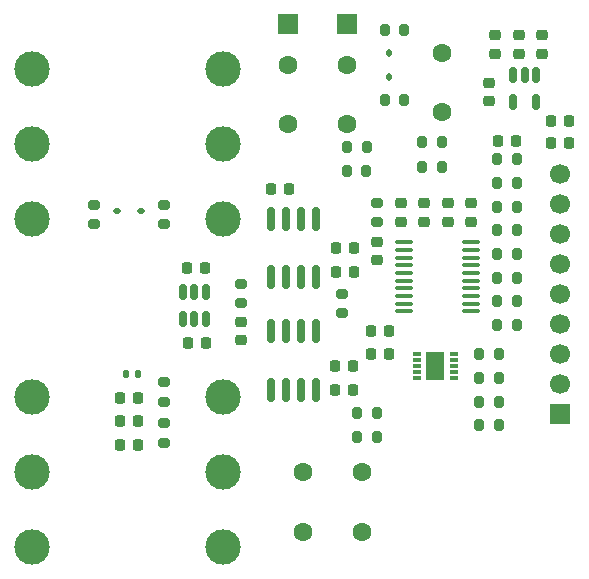
<source format=gbr>
%TF.GenerationSoftware,KiCad,Pcbnew,9.0.4*%
%TF.CreationDate,2025-09-24T19:41:08-07:00*%
%TF.ProjectId,LE_FRONTEND,4c455f46-524f-44e5-9445-4e442e6b6963,rev?*%
%TF.SameCoordinates,Original*%
%TF.FileFunction,Soldermask,Top*%
%TF.FilePolarity,Negative*%
%FSLAX46Y46*%
G04 Gerber Fmt 4.6, Leading zero omitted, Abs format (unit mm)*
G04 Created by KiCad (PCBNEW 9.0.4) date 2025-09-24 19:41:08*
%MOMM*%
%LPD*%
G01*
G04 APERTURE LIST*
G04 Aperture macros list*
%AMRoundRect*
0 Rectangle with rounded corners*
0 $1 Rounding radius*
0 $2 $3 $4 $5 $6 $7 $8 $9 X,Y pos of 4 corners*
0 Add a 4 corners polygon primitive as box body*
4,1,4,$2,$3,$4,$5,$6,$7,$8,$9,$2,$3,0*
0 Add four circle primitives for the rounded corners*
1,1,$1+$1,$2,$3*
1,1,$1+$1,$4,$5*
1,1,$1+$1,$6,$7*
1,1,$1+$1,$8,$9*
0 Add four rect primitives between the rounded corners*
20,1,$1+$1,$2,$3,$4,$5,0*
20,1,$1+$1,$4,$5,$6,$7,0*
20,1,$1+$1,$6,$7,$8,$9,0*
20,1,$1+$1,$8,$9,$2,$3,0*%
G04 Aperture macros list end*
%ADD10RoundRect,0.225000X-0.225000X-0.250000X0.225000X-0.250000X0.225000X0.250000X-0.225000X0.250000X0*%
%ADD11RoundRect,0.200000X0.275000X-0.200000X0.275000X0.200000X-0.275000X0.200000X-0.275000X-0.200000X0*%
%ADD12RoundRect,0.225000X0.250000X-0.225000X0.250000X0.225000X-0.250000X0.225000X-0.250000X-0.225000X0*%
%ADD13RoundRect,0.135000X0.135000X0.185000X-0.135000X0.185000X-0.135000X-0.185000X0.135000X-0.185000X0*%
%ADD14RoundRect,0.200000X0.200000X0.275000X-0.200000X0.275000X-0.200000X-0.275000X0.200000X-0.275000X0*%
%ADD15RoundRect,0.112500X-0.187500X-0.112500X0.187500X-0.112500X0.187500X0.112500X-0.187500X0.112500X0*%
%ADD16RoundRect,0.200000X-0.200000X-0.275000X0.200000X-0.275000X0.200000X0.275000X-0.200000X0.275000X0*%
%ADD17RoundRect,0.200000X-0.275000X0.200000X-0.275000X-0.200000X0.275000X-0.200000X0.275000X0.200000X0*%
%ADD18RoundRect,0.225000X0.225000X0.250000X-0.225000X0.250000X-0.225000X-0.250000X0.225000X-0.250000X0*%
%ADD19RoundRect,0.112500X0.112500X-0.187500X0.112500X0.187500X-0.112500X0.187500X-0.112500X-0.187500X0*%
%ADD20RoundRect,0.225000X-0.250000X0.225000X-0.250000X-0.225000X0.250000X-0.225000X0.250000X0.225000X0*%
%ADD21RoundRect,0.150000X-0.150000X0.825000X-0.150000X-0.825000X0.150000X-0.825000X0.150000X0.825000X0*%
%ADD22RoundRect,0.100000X-0.637500X-0.100000X0.637500X-0.100000X0.637500X0.100000X-0.637500X0.100000X0*%
%ADD23R,0.650000X0.300000*%
%ADD24R,1.550000X2.480000*%
%ADD25R,1.700000X1.700000*%
%ADD26C,1.700000*%
%ADD27RoundRect,0.150000X-0.150000X0.512500X-0.150000X-0.512500X0.150000X-0.512500X0.150000X0.512500X0*%
%ADD28RoundRect,0.150000X0.150000X-0.512500X0.150000X0.512500X-0.150000X0.512500X-0.150000X-0.512500X0*%
%ADD29C,1.600000*%
%ADD30C,3.000000*%
G04 APERTURE END LIST*
D10*
%TO.C,C26*%
X80922352Y-134195882D03*
X82472352Y-134195882D03*
%TD*%
D11*
%TO.C,R19*%
X79000000Y-149000000D03*
X79000000Y-147350000D03*
%TD*%
D12*
%TO.C,C0*%
X106500000Y-120050000D03*
X106500000Y-118500000D03*
%TD*%
%TO.C,C8*%
X109000000Y-116050000D03*
X109000000Y-114500000D03*
%TD*%
D10*
%TO.C,C25*%
X75225970Y-147175000D03*
X76775970Y-147175000D03*
%TD*%
D13*
%TO.C,FB1*%
X76775000Y-143175000D03*
X75755000Y-143175000D03*
%TD*%
D14*
%TO.C,R17*%
X107325000Y-147500000D03*
X105675000Y-147500000D03*
%TD*%
D15*
%TO.C,D1*%
X74950000Y-129350000D03*
X77050000Y-129350000D03*
%TD*%
D16*
%TO.C,R4*%
X100837928Y-123500000D03*
X102487928Y-123500000D03*
%TD*%
D17*
%TO.C,R26*%
X85500000Y-135500000D03*
X85500000Y-137150000D03*
%TD*%
D18*
%TO.C,C4*%
X95050000Y-134500000D03*
X93500000Y-134500000D03*
%TD*%
D12*
%TO.C,C6*%
X107000000Y-116050000D03*
X107000000Y-114500000D03*
%TD*%
D18*
%TO.C,C10*%
X89550000Y-127500000D03*
X88000000Y-127500000D03*
%TD*%
D16*
%TO.C,R3*%
X94450000Y-126000000D03*
X96100000Y-126000000D03*
%TD*%
D14*
%TO.C,R6*%
X107325000Y-141500000D03*
X105675000Y-141500000D03*
%TD*%
D12*
%TO.C,C9*%
X111000000Y-116050000D03*
X111000000Y-114500000D03*
%TD*%
D10*
%TO.C,C7*%
X75225970Y-145175000D03*
X76775970Y-145175000D03*
%TD*%
D19*
%TO.C,D2*%
X98005954Y-118050000D03*
X98005954Y-115950000D03*
%TD*%
D16*
%TO.C,R5*%
X95350000Y-146500000D03*
X97000000Y-146500000D03*
%TD*%
D17*
%TO.C,R8*%
X97000000Y-128675000D03*
X97000000Y-130325000D03*
%TD*%
D20*
%TO.C,C13*%
X105000000Y-128725000D03*
X105000000Y-130275000D03*
%TD*%
D16*
%TO.C,R25*%
X97675000Y-120000000D03*
X99325000Y-120000000D03*
%TD*%
D14*
%TO.C,R14*%
X108825000Y-129000000D03*
X107175000Y-129000000D03*
%TD*%
%TO.C,R16*%
X107325000Y-145500000D03*
X105675000Y-145500000D03*
%TD*%
D21*
%TO.C,U9*%
X91810000Y-130000000D03*
X90540000Y-130000000D03*
X89270000Y-130000000D03*
X88000000Y-130000000D03*
X88000000Y-134950000D03*
X89270000Y-134950000D03*
X90540000Y-134950000D03*
X91810000Y-134950000D03*
%TD*%
D10*
%TO.C,C18*%
X93450000Y-144500000D03*
X95000000Y-144500000D03*
%TD*%
%TO.C,C15*%
X96500000Y-141500000D03*
X98050000Y-141500000D03*
%TD*%
D11*
%TO.C,R20*%
X79000000Y-145500000D03*
X79000000Y-143850000D03*
%TD*%
D14*
%TO.C,R9*%
X108825000Y-133000000D03*
X107175000Y-133000000D03*
%TD*%
%TO.C,R24*%
X99325000Y-114000000D03*
X97675000Y-114000000D03*
%TD*%
D18*
%TO.C,C29*%
X108775000Y-123400000D03*
X107225000Y-123400000D03*
%TD*%
D14*
%TO.C,R15*%
X107325000Y-143500000D03*
X105675000Y-143500000D03*
%TD*%
D10*
%TO.C,C23*%
X75225000Y-149175000D03*
X76775000Y-149175000D03*
%TD*%
D14*
%TO.C,R1*%
X97000000Y-148500000D03*
X95350000Y-148500000D03*
%TD*%
D16*
%TO.C,R2*%
X107175000Y-127000000D03*
X108825000Y-127000000D03*
%TD*%
D20*
%TO.C,C20*%
X97000000Y-131950000D03*
X97000000Y-133500000D03*
%TD*%
D14*
%TO.C,R13*%
X108825000Y-131000000D03*
X107175000Y-131000000D03*
%TD*%
%TO.C,R12*%
X108825000Y-139000000D03*
X107175000Y-139000000D03*
%TD*%
D22*
%TO.C,U2*%
X99275000Y-132000000D03*
X99275000Y-132650000D03*
X99275000Y-133300000D03*
X99275000Y-133950000D03*
X99275000Y-134600000D03*
X99275000Y-135250000D03*
X99275000Y-135900000D03*
X99275000Y-136550000D03*
X99275000Y-137200000D03*
X99275000Y-137850000D03*
X105000000Y-137850000D03*
X105000000Y-137200000D03*
X105000000Y-136550000D03*
X105000000Y-135900000D03*
X105000000Y-135250000D03*
X105000000Y-134600000D03*
X105000000Y-133950000D03*
X105000000Y-133300000D03*
X105000000Y-132650000D03*
X105000000Y-132000000D03*
%TD*%
D23*
%TO.C,U5*%
X100400000Y-141500000D03*
X100400000Y-142000000D03*
X100400000Y-142500000D03*
X100400000Y-143000000D03*
X100400000Y-143500000D03*
X103500000Y-143500000D03*
X103500000Y-143000000D03*
X103500000Y-142500000D03*
X103500000Y-142000000D03*
X103500000Y-141500000D03*
D24*
X101950000Y-142500000D03*
%TD*%
D20*
%TO.C,C12*%
X99000000Y-128725000D03*
X99000000Y-130275000D03*
%TD*%
D17*
%TO.C,R22*%
X73000000Y-128850000D03*
X73000000Y-130500000D03*
%TD*%
D10*
%TO.C,C28*%
X111700000Y-123600000D03*
X113250000Y-123600000D03*
%TD*%
D14*
%TO.C,R11*%
X108825000Y-137000000D03*
X107175000Y-137000000D03*
%TD*%
%TO.C,R28*%
X96144223Y-123905259D03*
X94494223Y-123905259D03*
%TD*%
D25*
%TO.C,J3*%
X112500000Y-146580000D03*
D26*
X112500000Y-144040000D03*
X112500000Y-141500000D03*
X112500000Y-138960000D03*
X112500000Y-136420000D03*
X112500000Y-133880000D03*
X112500000Y-131340000D03*
X112500000Y-128800000D03*
X112500000Y-126260000D03*
%TD*%
D18*
%TO.C,C17*%
X95050000Y-132500000D03*
X93500000Y-132500000D03*
%TD*%
D27*
%TO.C,U3*%
X110450000Y-117862500D03*
X109500000Y-117862500D03*
X108550000Y-117862500D03*
X108550000Y-120137500D03*
X110450000Y-120137500D03*
%TD*%
D14*
%TO.C,R10*%
X108825000Y-135000000D03*
X107175000Y-135000000D03*
%TD*%
D16*
%TO.C,JP2*%
X107200000Y-125000000D03*
X108850000Y-125000000D03*
%TD*%
D11*
%TO.C,R23*%
X79000000Y-130500000D03*
X79000000Y-128850000D03*
%TD*%
D10*
%TO.C,C16*%
X93450000Y-142500000D03*
X95000000Y-142500000D03*
%TD*%
D16*
%TO.C,R27*%
X100850000Y-125594741D03*
X102500000Y-125594741D03*
%TD*%
D28*
%TO.C,U4*%
X80600000Y-138500000D03*
X81550000Y-138500000D03*
X82500000Y-138500000D03*
X82500000Y-136225000D03*
X81550000Y-136225000D03*
X80600000Y-136225000D03*
%TD*%
D17*
%TO.C,R7*%
X94000000Y-136350000D03*
X94000000Y-138000000D03*
%TD*%
D10*
%TO.C,C14*%
X96500000Y-139500000D03*
X98050000Y-139500000D03*
%TD*%
D20*
%TO.C,C19*%
X103000000Y-128725000D03*
X103000000Y-130275000D03*
%TD*%
D10*
%TO.C,C27*%
X111750000Y-121770000D03*
X113300000Y-121770000D03*
%TD*%
D21*
%TO.C,U1*%
X91810000Y-139525000D03*
X90540000Y-139525000D03*
X89270000Y-139525000D03*
X88000000Y-139525000D03*
X88000000Y-144475000D03*
X89270000Y-144475000D03*
X90540000Y-144475000D03*
X91810000Y-144475000D03*
%TD*%
D20*
%TO.C,C11*%
X101000000Y-128725000D03*
X101000000Y-130275000D03*
%TD*%
D12*
%TO.C,C5*%
X85500000Y-140275000D03*
X85500000Y-138725000D03*
%TD*%
D10*
%TO.C,C22*%
X81000000Y-140500000D03*
X82550000Y-140500000D03*
%TD*%
D29*
%TO.C,C2*%
X94500000Y-117000000D03*
X94500000Y-122000000D03*
%TD*%
D30*
%TO.C,J5*%
X67770000Y-151500000D03*
X84000000Y-151500000D03*
X67770000Y-157850000D03*
X84000000Y-157850000D03*
X67770000Y-145150000D03*
X84000000Y-145150000D03*
%TD*%
D29*
%TO.C,C21*%
X90750000Y-156500000D03*
X90750000Y-151500000D03*
%TD*%
%TO.C,C24*%
X95750000Y-151500000D03*
X95750000Y-156500000D03*
%TD*%
D30*
%TO.C,J1*%
X84000000Y-123650000D03*
X67770000Y-123650000D03*
X84000000Y-117300000D03*
X67770000Y-117300000D03*
X84000000Y-130000000D03*
X67770000Y-130000000D03*
%TD*%
D29*
%TO.C,C1*%
X89500000Y-122000000D03*
X89500000Y-117000000D03*
%TD*%
D25*
%TO.C,J2*%
X89500000Y-113500000D03*
%TD*%
D29*
%TO.C,C3*%
X102500000Y-116000000D03*
X102500000Y-121000000D03*
%TD*%
D25*
%TO.C,J6*%
X94500000Y-113500000D03*
%TD*%
M02*

</source>
